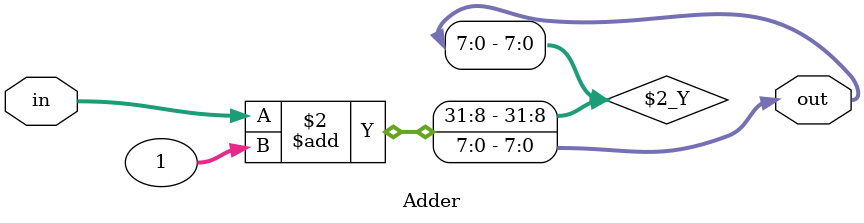
<source format=v>
`timescale 1ns / 1ps
module Program_Counter_IM_Block(Clk1,jmp_loc,pc_mux_sel,Ins,current_address);	

input Clk1,pc_mux_sel;//Clock1 and pc_mux_sel signals
input [7:0]jmp_loc;//for jump location

output [19:0]Ins;//20 bit instruction output
output [7:0]current_address;//current_address

wire [7:0]Temp,PC;

assign Temp = (pc_mux_sel==1) ? jmp_loc : PC;

D_FlipFlopp D1(current_address,Temp,Clk1);

Adder C1(PC,current_address);

Instruction_Memory ysda(
  .clka(Clk1), // input clka
  .ena(1'b1), // input ena
  .addra(Temp), // input [7 : 0] addra
  .douta(Ins) // output [19 : 0] douta
);

endmodule


////D flipflop's
module D_FlipFlopp(Q,D,Clk);

input [7:0]D;
input Clk;
output reg [7:0]Q;

initial Q=8'b11111111;//initla value

always@(posedge Clk)
begin
	Q=D;
end

endmodule

/// adder for increment program counter
module Adder(out,in);

input [7:0]in;
output reg [7:0]out;

always@(in)
begin
	out=in+1;
end

endmodule

</source>
